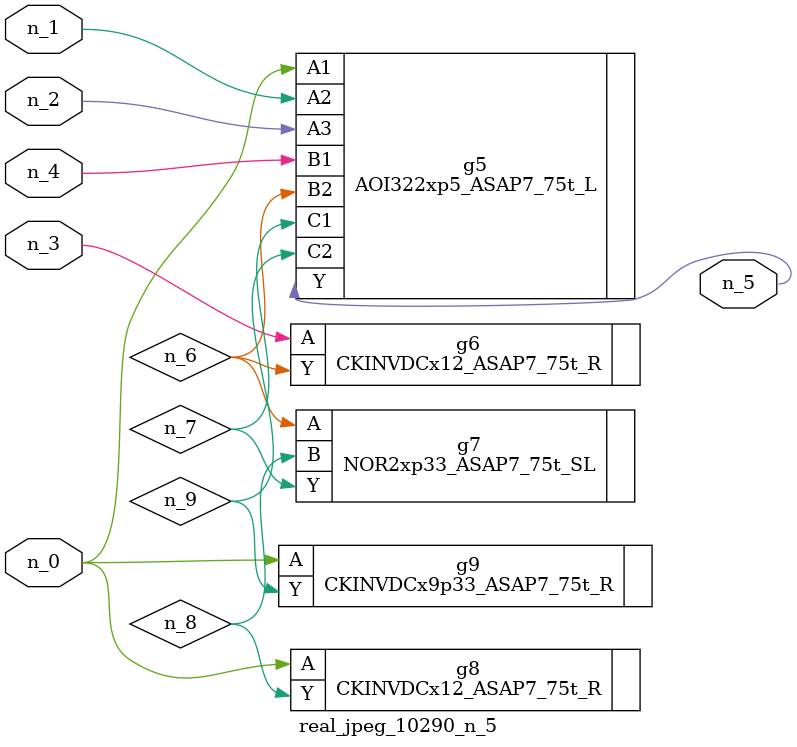
<source format=v>
module real_jpeg_10290_n_5 (n_4, n_0, n_1, n_2, n_3, n_5);

input n_4;
input n_0;
input n_1;
input n_2;
input n_3;

output n_5;

wire n_8;
wire n_6;
wire n_7;
wire n_9;

AOI322xp5_ASAP7_75t_L g5 ( 
.A1(n_0),
.A2(n_1),
.A3(n_2),
.B1(n_4),
.B2(n_6),
.C1(n_7),
.C2(n_9),
.Y(n_5)
);

CKINVDCx12_ASAP7_75t_R g8 ( 
.A(n_0),
.Y(n_8)
);

CKINVDCx9p33_ASAP7_75t_R g9 ( 
.A(n_0),
.Y(n_9)
);

CKINVDCx12_ASAP7_75t_R g6 ( 
.A(n_3),
.Y(n_6)
);

NOR2xp33_ASAP7_75t_SL g7 ( 
.A(n_6),
.B(n_8),
.Y(n_7)
);


endmodule
</source>
